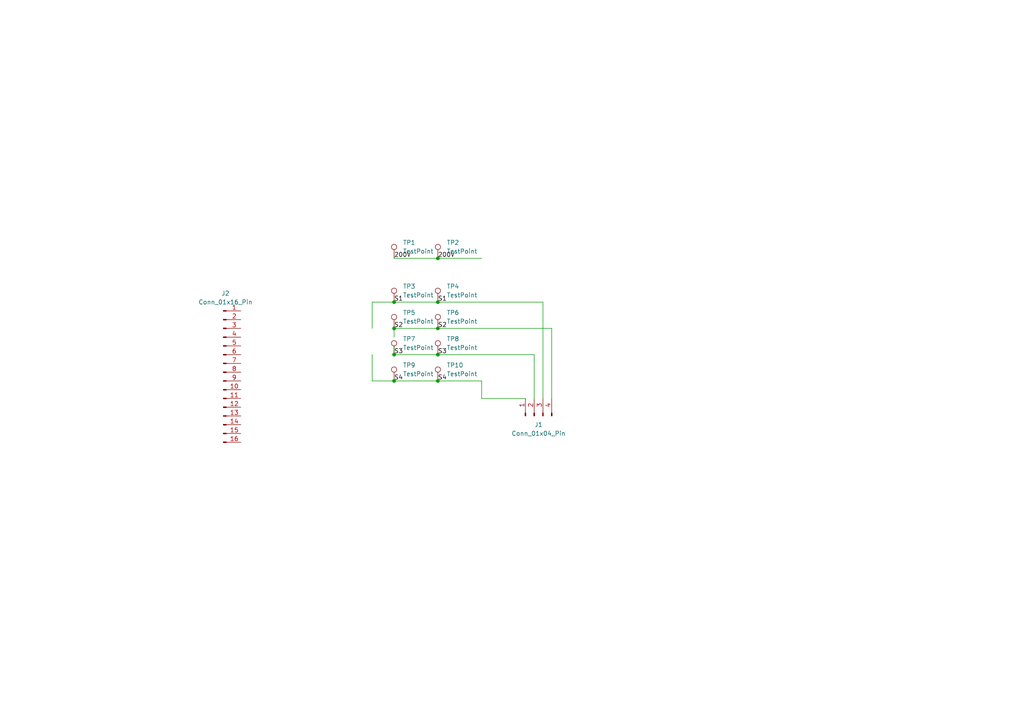
<source format=kicad_sch>
(kicad_sch
	(version 20250114)
	(generator "eeschema")
	(generator_version "9.0")
	(uuid "170292b9-f042-4b81-b8c3-b7f430259708")
	(paper "A4")
	(lib_symbols
		(symbol "Connector:Conn_01x04_Pin"
			(pin_names
				(offset 1.016)
				(hide yes)
			)
			(exclude_from_sim no)
			(in_bom yes)
			(on_board yes)
			(property "Reference" "J"
				(at 0 5.08 0)
				(effects
					(font
						(size 1.27 1.27)
					)
				)
			)
			(property "Value" "Conn_01x04_Pin"
				(at 0 -7.62 0)
				(effects
					(font
						(size 1.27 1.27)
					)
				)
			)
			(property "Footprint" ""
				(at 0 0 0)
				(effects
					(font
						(size 1.27 1.27)
					)
					(hide yes)
				)
			)
			(property "Datasheet" "~"
				(at 0 0 0)
				(effects
					(font
						(size 1.27 1.27)
					)
					(hide yes)
				)
			)
			(property "Description" "Generic connector, single row, 01x04, script generated"
				(at 0 0 0)
				(effects
					(font
						(size 1.27 1.27)
					)
					(hide yes)
				)
			)
			(property "ki_locked" ""
				(at 0 0 0)
				(effects
					(font
						(size 1.27 1.27)
					)
				)
			)
			(property "ki_keywords" "connector"
				(at 0 0 0)
				(effects
					(font
						(size 1.27 1.27)
					)
					(hide yes)
				)
			)
			(property "ki_fp_filters" "Connector*:*_1x??_*"
				(at 0 0 0)
				(effects
					(font
						(size 1.27 1.27)
					)
					(hide yes)
				)
			)
			(symbol "Conn_01x04_Pin_1_1"
				(rectangle
					(start 0.8636 2.667)
					(end 0 2.413)
					(stroke
						(width 0.1524)
						(type default)
					)
					(fill
						(type outline)
					)
				)
				(rectangle
					(start 0.8636 0.127)
					(end 0 -0.127)
					(stroke
						(width 0.1524)
						(type default)
					)
					(fill
						(type outline)
					)
				)
				(rectangle
					(start 0.8636 -2.413)
					(end 0 -2.667)
					(stroke
						(width 0.1524)
						(type default)
					)
					(fill
						(type outline)
					)
				)
				(rectangle
					(start 0.8636 -4.953)
					(end 0 -5.207)
					(stroke
						(width 0.1524)
						(type default)
					)
					(fill
						(type outline)
					)
				)
				(polyline
					(pts
						(xy 1.27 2.54) (xy 0.8636 2.54)
					)
					(stroke
						(width 0.1524)
						(type default)
					)
					(fill
						(type none)
					)
				)
				(polyline
					(pts
						(xy 1.27 0) (xy 0.8636 0)
					)
					(stroke
						(width 0.1524)
						(type default)
					)
					(fill
						(type none)
					)
				)
				(polyline
					(pts
						(xy 1.27 -2.54) (xy 0.8636 -2.54)
					)
					(stroke
						(width 0.1524)
						(type default)
					)
					(fill
						(type none)
					)
				)
				(polyline
					(pts
						(xy 1.27 -5.08) (xy 0.8636 -5.08)
					)
					(stroke
						(width 0.1524)
						(type default)
					)
					(fill
						(type none)
					)
				)
				(pin passive line
					(at 5.08 2.54 180)
					(length 3.81)
					(name "Pin_1"
						(effects
							(font
								(size 1.27 1.27)
							)
						)
					)
					(number "1"
						(effects
							(font
								(size 1.27 1.27)
							)
						)
					)
				)
				(pin passive line
					(at 5.08 0 180)
					(length 3.81)
					(name "Pin_2"
						(effects
							(font
								(size 1.27 1.27)
							)
						)
					)
					(number "2"
						(effects
							(font
								(size 1.27 1.27)
							)
						)
					)
				)
				(pin passive line
					(at 5.08 -2.54 180)
					(length 3.81)
					(name "Pin_3"
						(effects
							(font
								(size 1.27 1.27)
							)
						)
					)
					(number "3"
						(effects
							(font
								(size 1.27 1.27)
							)
						)
					)
				)
				(pin passive line
					(at 5.08 -5.08 180)
					(length 3.81)
					(name "Pin_4"
						(effects
							(font
								(size 1.27 1.27)
							)
						)
					)
					(number "4"
						(effects
							(font
								(size 1.27 1.27)
							)
						)
					)
				)
			)
			(embedded_fonts no)
		)
		(symbol "Connector:Conn_01x16_Pin"
			(pin_names
				(offset 1.016)
				(hide yes)
			)
			(exclude_from_sim no)
			(in_bom yes)
			(on_board yes)
			(property "Reference" "J"
				(at 0 20.32 0)
				(effects
					(font
						(size 1.27 1.27)
					)
				)
			)
			(property "Value" "Conn_01x16_Pin"
				(at 0 -22.86 0)
				(effects
					(font
						(size 1.27 1.27)
					)
				)
			)
			(property "Footprint" ""
				(at 0 0 0)
				(effects
					(font
						(size 1.27 1.27)
					)
					(hide yes)
				)
			)
			(property "Datasheet" "~"
				(at 0 0 0)
				(effects
					(font
						(size 1.27 1.27)
					)
					(hide yes)
				)
			)
			(property "Description" "Generic connector, single row, 01x16, script generated"
				(at 0 0 0)
				(effects
					(font
						(size 1.27 1.27)
					)
					(hide yes)
				)
			)
			(property "ki_locked" ""
				(at 0 0 0)
				(effects
					(font
						(size 1.27 1.27)
					)
				)
			)
			(property "ki_keywords" "connector"
				(at 0 0 0)
				(effects
					(font
						(size 1.27 1.27)
					)
					(hide yes)
				)
			)
			(property "ki_fp_filters" "Connector*:*_1x??_*"
				(at 0 0 0)
				(effects
					(font
						(size 1.27 1.27)
					)
					(hide yes)
				)
			)
			(symbol "Conn_01x16_Pin_1_1"
				(rectangle
					(start 0.8636 17.907)
					(end 0 17.653)
					(stroke
						(width 0.1524)
						(type default)
					)
					(fill
						(type outline)
					)
				)
				(rectangle
					(start 0.8636 15.367)
					(end 0 15.113)
					(stroke
						(width 0.1524)
						(type default)
					)
					(fill
						(type outline)
					)
				)
				(rectangle
					(start 0.8636 12.827)
					(end 0 12.573)
					(stroke
						(width 0.1524)
						(type default)
					)
					(fill
						(type outline)
					)
				)
				(rectangle
					(start 0.8636 10.287)
					(end 0 10.033)
					(stroke
						(width 0.1524)
						(type default)
					)
					(fill
						(type outline)
					)
				)
				(rectangle
					(start 0.8636 7.747)
					(end 0 7.493)
					(stroke
						(width 0.1524)
						(type default)
					)
					(fill
						(type outline)
					)
				)
				(rectangle
					(start 0.8636 5.207)
					(end 0 4.953)
					(stroke
						(width 0.1524)
						(type default)
					)
					(fill
						(type outline)
					)
				)
				(rectangle
					(start 0.8636 2.667)
					(end 0 2.413)
					(stroke
						(width 0.1524)
						(type default)
					)
					(fill
						(type outline)
					)
				)
				(rectangle
					(start 0.8636 0.127)
					(end 0 -0.127)
					(stroke
						(width 0.1524)
						(type default)
					)
					(fill
						(type outline)
					)
				)
				(rectangle
					(start 0.8636 -2.413)
					(end 0 -2.667)
					(stroke
						(width 0.1524)
						(type default)
					)
					(fill
						(type outline)
					)
				)
				(rectangle
					(start 0.8636 -4.953)
					(end 0 -5.207)
					(stroke
						(width 0.1524)
						(type default)
					)
					(fill
						(type outline)
					)
				)
				(rectangle
					(start 0.8636 -7.493)
					(end 0 -7.747)
					(stroke
						(width 0.1524)
						(type default)
					)
					(fill
						(type outline)
					)
				)
				(rectangle
					(start 0.8636 -10.033)
					(end 0 -10.287)
					(stroke
						(width 0.1524)
						(type default)
					)
					(fill
						(type outline)
					)
				)
				(rectangle
					(start 0.8636 -12.573)
					(end 0 -12.827)
					(stroke
						(width 0.1524)
						(type default)
					)
					(fill
						(type outline)
					)
				)
				(rectangle
					(start 0.8636 -15.113)
					(end 0 -15.367)
					(stroke
						(width 0.1524)
						(type default)
					)
					(fill
						(type outline)
					)
				)
				(rectangle
					(start 0.8636 -17.653)
					(end 0 -17.907)
					(stroke
						(width 0.1524)
						(type default)
					)
					(fill
						(type outline)
					)
				)
				(rectangle
					(start 0.8636 -20.193)
					(end 0 -20.447)
					(stroke
						(width 0.1524)
						(type default)
					)
					(fill
						(type outline)
					)
				)
				(polyline
					(pts
						(xy 1.27 17.78) (xy 0.8636 17.78)
					)
					(stroke
						(width 0.1524)
						(type default)
					)
					(fill
						(type none)
					)
				)
				(polyline
					(pts
						(xy 1.27 15.24) (xy 0.8636 15.24)
					)
					(stroke
						(width 0.1524)
						(type default)
					)
					(fill
						(type none)
					)
				)
				(polyline
					(pts
						(xy 1.27 12.7) (xy 0.8636 12.7)
					)
					(stroke
						(width 0.1524)
						(type default)
					)
					(fill
						(type none)
					)
				)
				(polyline
					(pts
						(xy 1.27 10.16) (xy 0.8636 10.16)
					)
					(stroke
						(width 0.1524)
						(type default)
					)
					(fill
						(type none)
					)
				)
				(polyline
					(pts
						(xy 1.27 7.62) (xy 0.8636 7.62)
					)
					(stroke
						(width 0.1524)
						(type default)
					)
					(fill
						(type none)
					)
				)
				(polyline
					(pts
						(xy 1.27 5.08) (xy 0.8636 5.08)
					)
					(stroke
						(width 0.1524)
						(type default)
					)
					(fill
						(type none)
					)
				)
				(polyline
					(pts
						(xy 1.27 2.54) (xy 0.8636 2.54)
					)
					(stroke
						(width 0.1524)
						(type default)
					)
					(fill
						(type none)
					)
				)
				(polyline
					(pts
						(xy 1.27 0) (xy 0.8636 0)
					)
					(stroke
						(width 0.1524)
						(type default)
					)
					(fill
						(type none)
					)
				)
				(polyline
					(pts
						(xy 1.27 -2.54) (xy 0.8636 -2.54)
					)
					(stroke
						(width 0.1524)
						(type default)
					)
					(fill
						(type none)
					)
				)
				(polyline
					(pts
						(xy 1.27 -5.08) (xy 0.8636 -5.08)
					)
					(stroke
						(width 0.1524)
						(type default)
					)
					(fill
						(type none)
					)
				)
				(polyline
					(pts
						(xy 1.27 -7.62) (xy 0.8636 -7.62)
					)
					(stroke
						(width 0.1524)
						(type default)
					)
					(fill
						(type none)
					)
				)
				(polyline
					(pts
						(xy 1.27 -10.16) (xy 0.8636 -10.16)
					)
					(stroke
						(width 0.1524)
						(type default)
					)
					(fill
						(type none)
					)
				)
				(polyline
					(pts
						(xy 1.27 -12.7) (xy 0.8636 -12.7)
					)
					(stroke
						(width 0.1524)
						(type default)
					)
					(fill
						(type none)
					)
				)
				(polyline
					(pts
						(xy 1.27 -15.24) (xy 0.8636 -15.24)
					)
					(stroke
						(width 0.1524)
						(type default)
					)
					(fill
						(type none)
					)
				)
				(polyline
					(pts
						(xy 1.27 -17.78) (xy 0.8636 -17.78)
					)
					(stroke
						(width 0.1524)
						(type default)
					)
					(fill
						(type none)
					)
				)
				(polyline
					(pts
						(xy 1.27 -20.32) (xy 0.8636 -20.32)
					)
					(stroke
						(width 0.1524)
						(type default)
					)
					(fill
						(type none)
					)
				)
				(pin passive line
					(at 5.08 17.78 180)
					(length 3.81)
					(name "Pin_1"
						(effects
							(font
								(size 1.27 1.27)
							)
						)
					)
					(number "1"
						(effects
							(font
								(size 1.27 1.27)
							)
						)
					)
				)
				(pin passive line
					(at 5.08 15.24 180)
					(length 3.81)
					(name "Pin_2"
						(effects
							(font
								(size 1.27 1.27)
							)
						)
					)
					(number "2"
						(effects
							(font
								(size 1.27 1.27)
							)
						)
					)
				)
				(pin passive line
					(at 5.08 12.7 180)
					(length 3.81)
					(name "Pin_3"
						(effects
							(font
								(size 1.27 1.27)
							)
						)
					)
					(number "3"
						(effects
							(font
								(size 1.27 1.27)
							)
						)
					)
				)
				(pin passive line
					(at 5.08 10.16 180)
					(length 3.81)
					(name "Pin_4"
						(effects
							(font
								(size 1.27 1.27)
							)
						)
					)
					(number "4"
						(effects
							(font
								(size 1.27 1.27)
							)
						)
					)
				)
				(pin passive line
					(at 5.08 7.62 180)
					(length 3.81)
					(name "Pin_5"
						(effects
							(font
								(size 1.27 1.27)
							)
						)
					)
					(number "5"
						(effects
							(font
								(size 1.27 1.27)
							)
						)
					)
				)
				(pin passive line
					(at 5.08 5.08 180)
					(length 3.81)
					(name "Pin_6"
						(effects
							(font
								(size 1.27 1.27)
							)
						)
					)
					(number "6"
						(effects
							(font
								(size 1.27 1.27)
							)
						)
					)
				)
				(pin passive line
					(at 5.08 2.54 180)
					(length 3.81)
					(name "Pin_7"
						(effects
							(font
								(size 1.27 1.27)
							)
						)
					)
					(number "7"
						(effects
							(font
								(size 1.27 1.27)
							)
						)
					)
				)
				(pin passive line
					(at 5.08 0 180)
					(length 3.81)
					(name "Pin_8"
						(effects
							(font
								(size 1.27 1.27)
							)
						)
					)
					(number "8"
						(effects
							(font
								(size 1.27 1.27)
							)
						)
					)
				)
				(pin passive line
					(at 5.08 -2.54 180)
					(length 3.81)
					(name "Pin_9"
						(effects
							(font
								(size 1.27 1.27)
							)
						)
					)
					(number "9"
						(effects
							(font
								(size 1.27 1.27)
							)
						)
					)
				)
				(pin passive line
					(at 5.08 -5.08 180)
					(length 3.81)
					(name "Pin_10"
						(effects
							(font
								(size 1.27 1.27)
							)
						)
					)
					(number "10"
						(effects
							(font
								(size 1.27 1.27)
							)
						)
					)
				)
				(pin passive line
					(at 5.08 -7.62 180)
					(length 3.81)
					(name "Pin_11"
						(effects
							(font
								(size 1.27 1.27)
							)
						)
					)
					(number "11"
						(effects
							(font
								(size 1.27 1.27)
							)
						)
					)
				)
				(pin passive line
					(at 5.08 -10.16 180)
					(length 3.81)
					(name "Pin_12"
						(effects
							(font
								(size 1.27 1.27)
							)
						)
					)
					(number "12"
						(effects
							(font
								(size 1.27 1.27)
							)
						)
					)
				)
				(pin passive line
					(at 5.08 -12.7 180)
					(length 3.81)
					(name "Pin_13"
						(effects
							(font
								(size 1.27 1.27)
							)
						)
					)
					(number "13"
						(effects
							(font
								(size 1.27 1.27)
							)
						)
					)
				)
				(pin passive line
					(at 5.08 -15.24 180)
					(length 3.81)
					(name "Pin_14"
						(effects
							(font
								(size 1.27 1.27)
							)
						)
					)
					(number "14"
						(effects
							(font
								(size 1.27 1.27)
							)
						)
					)
				)
				(pin passive line
					(at 5.08 -17.78 180)
					(length 3.81)
					(name "Pin_15"
						(effects
							(font
								(size 1.27 1.27)
							)
						)
					)
					(number "15"
						(effects
							(font
								(size 1.27 1.27)
							)
						)
					)
				)
				(pin passive line
					(at 5.08 -20.32 180)
					(length 3.81)
					(name "Pin_16"
						(effects
							(font
								(size 1.27 1.27)
							)
						)
					)
					(number "16"
						(effects
							(font
								(size 1.27 1.27)
							)
						)
					)
				)
			)
			(embedded_fonts no)
		)
		(symbol "Connector:TestPoint"
			(pin_numbers
				(hide yes)
			)
			(pin_names
				(offset 0.762)
				(hide yes)
			)
			(exclude_from_sim no)
			(in_bom yes)
			(on_board yes)
			(property "Reference" "TP"
				(at 0 6.858 0)
				(effects
					(font
						(size 1.27 1.27)
					)
				)
			)
			(property "Value" "TestPoint"
				(at 0 5.08 0)
				(effects
					(font
						(size 1.27 1.27)
					)
				)
			)
			(property "Footprint" ""
				(at 5.08 0 0)
				(effects
					(font
						(size 1.27 1.27)
					)
					(hide yes)
				)
			)
			(property "Datasheet" "~"
				(at 5.08 0 0)
				(effects
					(font
						(size 1.27 1.27)
					)
					(hide yes)
				)
			)
			(property "Description" "test point"
				(at 0 0 0)
				(effects
					(font
						(size 1.27 1.27)
					)
					(hide yes)
				)
			)
			(property "ki_keywords" "test point tp"
				(at 0 0 0)
				(effects
					(font
						(size 1.27 1.27)
					)
					(hide yes)
				)
			)
			(property "ki_fp_filters" "Pin* Test*"
				(at 0 0 0)
				(effects
					(font
						(size 1.27 1.27)
					)
					(hide yes)
				)
			)
			(symbol "TestPoint_0_1"
				(circle
					(center 0 3.302)
					(radius 0.762)
					(stroke
						(width 0)
						(type default)
					)
					(fill
						(type none)
					)
				)
			)
			(symbol "TestPoint_1_1"
				(pin passive line
					(at 0 0 90)
					(length 2.54)
					(name "1"
						(effects
							(font
								(size 1.27 1.27)
							)
						)
					)
					(number "1"
						(effects
							(font
								(size 1.27 1.27)
							)
						)
					)
				)
			)
			(embedded_fonts no)
		)
	)
	(junction
		(at 114.3 102.87)
		(diameter 0)
		(color 0 0 0 0)
		(uuid "0c01ecbb-d7ea-466f-9f78-5f7bcc04d8bb")
	)
	(junction
		(at 114.3 110.49)
		(diameter 0)
		(color 0 0 0 0)
		(uuid "19a3528f-a4c7-432a-9135-a08835afa513")
	)
	(junction
		(at 114.3 95.25)
		(diameter 0)
		(color 0 0 0 0)
		(uuid "2af569b6-723a-46b4-a2ec-7a09b1ec5306")
	)
	(junction
		(at 127 87.63)
		(diameter 0)
		(color 0 0 0 0)
		(uuid "4075c489-afa5-43cb-bf8a-0c743ebb3da8")
	)
	(junction
		(at 127 102.87)
		(diameter 0)
		(color 0 0 0 0)
		(uuid "763045f1-8a21-41d4-98d7-3dd9267aee2e")
	)
	(junction
		(at 127 95.25)
		(diameter 0)
		(color 0 0 0 0)
		(uuid "7b5fc5f1-5f2b-4e34-922a-464a72a07aab")
	)
	(junction
		(at 127 110.49)
		(diameter 0)
		(color 0 0 0 0)
		(uuid "8c622210-6644-4bee-87e1-026210c5e0f1")
	)
	(junction
		(at 127 74.93)
		(diameter 0)
		(color 0 0 0 0)
		(uuid "daeabcea-2eb2-43cc-aa9f-21d1e8c9d578")
	)
	(junction
		(at 114.3 87.63)
		(diameter 0)
		(color 0 0 0 0)
		(uuid "ead7cfd0-1d34-4e07-87f9-0e84e1d12568")
	)
	(wire
		(pts
			(xy 157.48 87.63) (xy 157.48 115.57)
		)
		(stroke
			(width 0)
			(type default)
		)
		(uuid "04e23307-94b7-4e08-93b9-7fd72e17ae74")
	)
	(wire
		(pts
			(xy 127 110.49) (xy 139.7 110.49)
		)
		(stroke
			(width 0)
			(type default)
		)
		(uuid "060f22e0-5934-4e1a-b0fe-e093d6923a35")
	)
	(wire
		(pts
			(xy 114.3 95.25) (xy 127 95.25)
		)
		(stroke
			(width 0)
			(type default)
		)
		(uuid "16982b5d-7738-4e7f-bf69-8acddb36bff8")
	)
	(wire
		(pts
			(xy 107.95 87.63) (xy 114.3 87.63)
		)
		(stroke
			(width 0)
			(type default)
		)
		(uuid "194de19e-0883-48ad-8270-ff9d8803a49d")
	)
	(wire
		(pts
			(xy 114.3 100.33) (xy 114.3 102.87)
		)
		(stroke
			(width 0)
			(type default)
		)
		(uuid "1b7bd98b-4c6b-4733-b5a1-a9daa734bea3")
	)
	(wire
		(pts
			(xy 139.7 115.57) (xy 139.7 110.49)
		)
		(stroke
			(width 0)
			(type default)
		)
		(uuid "1c313a73-61b3-4bdc-a951-8249e005237e")
	)
	(wire
		(pts
			(xy 154.94 102.87) (xy 154.94 115.57)
		)
		(stroke
			(width 0)
			(type default)
		)
		(uuid "3162b4da-4055-4317-b698-a5458b17aabb")
	)
	(wire
		(pts
			(xy 160.02 95.25) (xy 160.02 115.57)
		)
		(stroke
			(width 0)
			(type default)
		)
		(uuid "4636e285-f280-4868-833a-ffe18c270bcf")
	)
	(wire
		(pts
			(xy 127 87.63) (xy 157.48 87.63)
		)
		(stroke
			(width 0)
			(type default)
		)
		(uuid "559f78f1-e990-42cf-9bd2-9fcd6200c98c")
	)
	(wire
		(pts
			(xy 114.3 87.63) (xy 127 87.63)
		)
		(stroke
			(width 0)
			(type default)
		)
		(uuid "594a34cf-689d-4fe5-ab64-f5c4891f29c3")
	)
	(wire
		(pts
			(xy 152.4 115.57) (xy 139.7 115.57)
		)
		(stroke
			(width 0)
			(type default)
		)
		(uuid "5c3872e8-77fa-4177-81f9-b616906a8d99")
	)
	(wire
		(pts
			(xy 114.3 102.87) (xy 127 102.87)
		)
		(stroke
			(width 0)
			(type default)
		)
		(uuid "7c7511bc-a34f-4776-9584-cad411a54945")
	)
	(wire
		(pts
			(xy 114.3 97.79) (xy 114.3 95.25)
		)
		(stroke
			(width 0)
			(type default)
		)
		(uuid "89681c20-d13b-4634-92a3-d78bb00bf2b5")
	)
	(wire
		(pts
			(xy 107.95 102.87) (xy 107.95 110.49)
		)
		(stroke
			(width 0)
			(type default)
		)
		(uuid "9aad5185-ba66-4d41-8420-df4e5918ac7c")
	)
	(wire
		(pts
			(xy 114.3 110.49) (xy 127 110.49)
		)
		(stroke
			(width 0)
			(type default)
		)
		(uuid "a1140604-175a-4a1f-a009-e69322b7c2ae")
	)
	(wire
		(pts
			(xy 114.3 74.93) (xy 127 74.93)
		)
		(stroke
			(width 0)
			(type default)
		)
		(uuid "a5c5adc0-f205-4cfc-99ae-a401218d45f5")
	)
	(wire
		(pts
			(xy 127 74.93) (xy 139.7 74.93)
		)
		(stroke
			(width 0)
			(type default)
		)
		(uuid "aa3e58fd-029b-4c49-807c-48eec2dee7b5")
	)
	(wire
		(pts
			(xy 127 95.25) (xy 160.02 95.25)
		)
		(stroke
			(width 0)
			(type default)
		)
		(uuid "c116d4cd-a468-49c0-8b3f-0f25c7e0c4f3")
	)
	(wire
		(pts
			(xy 107.95 95.25) (xy 107.95 87.63)
		)
		(stroke
			(width 0)
			(type default)
		)
		(uuid "e2e95bd5-64a2-4c7f-af82-665e530c80ed")
	)
	(wire
		(pts
			(xy 127 102.87) (xy 154.94 102.87)
		)
		(stroke
			(width 0)
			(type default)
		)
		(uuid "efde60bc-6237-438a-9e76-7742f03fb462")
	)
	(wire
		(pts
			(xy 107.95 110.49) (xy 114.3 110.49)
		)
		(stroke
			(width 0)
			(type default)
		)
		(uuid "f78602a1-6038-41c5-a921-77912840d730")
	)
	(label "200V"
		(at 127 74.93 0)
		(effects
			(font
				(size 1.27 1.27)
			)
			(justify left bottom)
		)
		(uuid "36600ba2-1bd5-4475-a0a3-7d7c585bb1d5")
	)
	(label "S2"
		(at 127 95.25 0)
		(effects
			(font
				(size 1.27 1.27)
			)
			(justify left bottom)
		)
		(uuid "4c814711-306e-4bbc-ba54-3ae6adaa68cc")
	)
	(label "200V"
		(at 114.3 74.93 0)
		(effects
			(font
				(size 1.27 1.27)
			)
			(justify left bottom)
		)
		(uuid "783bf516-eba3-4776-8490-c1bc039c6ff8")
	)
	(label "S2"
		(at 114.3 95.25 0)
		(effects
			(font
				(size 1.27 1.27)
			)
			(justify left bottom)
		)
		(uuid "809eb4a4-d5ba-4251-8a17-201c7e3cae1b")
	)
	(label "S4"
		(at 114.3 110.49 0)
		(effects
			(font
				(size 1.27 1.27)
			)
			(justify left bottom)
		)
		(uuid "82d8557e-bfe7-4da4-81da-8a5ae3da0866")
	)
	(label "S4"
		(at 127 110.49 0)
		(effects
			(font
				(size 1.27 1.27)
			)
			(justify left bottom)
		)
		(uuid "a8afb9ad-b70f-4358-b9f0-3d356f293032")
	)
	(label "S3"
		(at 114.3 102.87 0)
		(effects
			(font
				(size 1.27 1.27)
			)
			(justify left bottom)
		)
		(uuid "b6cc90d1-865c-4fa4-8491-1183422ab0ba")
	)
	(label "S3"
		(at 127 102.87 0)
		(effects
			(font
				(size 1.27 1.27)
			)
			(justify left bottom)
		)
		(uuid "d560797a-37c9-4dd7-bd1e-3fc5b823f478")
	)
	(label "S1"
		(at 127 87.63 0)
		(effects
			(font
				(size 1.27 1.27)
			)
			(justify left bottom)
		)
		(uuid "d7bb3cc6-3afa-4d62-938c-e2b284f9ad93")
	)
	(label "S1"
		(at 114.3 87.63 0)
		(effects
			(font
				(size 1.27 1.27)
			)
			(justify left bottom)
		)
		(uuid "eff0fc0e-c4e0-4c7a-97a7-3e37936076b7")
	)
	(symbol
		(lib_id "Connector:TestPoint")
		(at 127 110.49 0)
		(unit 1)
		(exclude_from_sim no)
		(in_bom yes)
		(on_board yes)
		(dnp no)
		(fields_autoplaced yes)
		(uuid "0f20c7a6-4ef1-43ee-bd22-c24cdb3cacbc")
		(property "Reference" "TP10"
			(at 129.54 105.9179 0)
			(effects
				(font
					(size 1.27 1.27)
				)
				(justify left)
			)
		)
		(property "Value" "TestPoint"
			(at 129.54 108.4579 0)
			(effects
				(font
					(size 1.27 1.27)
				)
				(justify left)
			)
		)
		(property "Footprint" "TP_Library:TP"
			(at 132.08 110.49 0)
			(effects
				(font
					(size 1.27 1.27)
				)
				(hide yes)
			)
		)
		(property "Datasheet" "~"
			(at 132.08 110.49 0)
			(effects
				(font
					(size 1.27 1.27)
				)
				(hide yes)
			)
		)
		(property "Description" "test point"
			(at 127 110.49 0)
			(effects
				(font
					(size 1.27 1.27)
				)
				(hide yes)
			)
		)
		(pin "1"
			(uuid "991af4e0-97c9-4901-bf76-3508ecbbdc5f")
		)
		(instances
			(project "flex PCB"
				(path "/170292b9-f042-4b81-b8c3-b7f430259708"
					(reference "TP10")
					(unit 1)
				)
			)
		)
	)
	(symbol
		(lib_id "Connector:Conn_01x04_Pin")
		(at 154.94 120.65 90)
		(unit 1)
		(exclude_from_sim no)
		(in_bom yes)
		(on_board yes)
		(dnp no)
		(fields_autoplaced yes)
		(uuid "1554060e-b350-48d3-a6ca-539903784590")
		(property "Reference" "J1"
			(at 156.21 123.19 90)
			(effects
				(font
					(size 1.27 1.27)
				)
			)
		)
		(property "Value" "Conn_01x04_Pin"
			(at 156.21 125.73 90)
			(effects
				(font
					(size 1.27 1.27)
				)
			)
		)
		(property "Footprint" "FPC:FPC_Conn_4"
			(at 154.94 120.65 0)
			(effects
				(font
					(size 1.27 1.27)
				)
				(hide yes)
			)
		)
		(property "Datasheet" "~"
			(at 154.94 120.65 0)
			(effects
				(font
					(size 1.27 1.27)
				)
				(hide yes)
			)
		)
		(property "Description" "Generic connector, single row, 01x04, script generated"
			(at 154.94 120.65 0)
			(effects
				(font
					(size 1.27 1.27)
				)
				(hide yes)
			)
		)
		(pin "3"
			(uuid "f95d6781-b9e9-42e5-907c-6bfcc7dfb9b7")
		)
		(pin "1"
			(uuid "6f7b149e-2eec-41d2-a9de-885909b1330d")
		)
		(pin "2"
			(uuid "bfc88150-6306-4d3a-b1d4-54eeab454a99")
		)
		(pin "4"
			(uuid "cf69bf1a-074c-4b11-a32a-bb427b3871c6")
		)
		(instances
			(project ""
				(path "/170292b9-f042-4b81-b8c3-b7f430259708"
					(reference "J1")
					(unit 1)
				)
			)
		)
	)
	(symbol
		(lib_id "Connector:TestPoint")
		(at 114.3 95.25 0)
		(unit 1)
		(exclude_from_sim no)
		(in_bom yes)
		(on_board yes)
		(dnp no)
		(fields_autoplaced yes)
		(uuid "51240ff9-6ff1-4810-af06-4f9f5c4b04b0")
		(property "Reference" "TP5"
			(at 116.84 90.6779 0)
			(effects
				(font
					(size 1.27 1.27)
				)
				(justify left)
			)
		)
		(property "Value" "TestPoint"
			(at 116.84 93.2179 0)
			(effects
				(font
					(size 1.27 1.27)
				)
				(justify left)
			)
		)
		(property "Footprint" "TP_Library:TP"
			(at 119.38 95.25 0)
			(effects
				(font
					(size 1.27 1.27)
				)
				(hide yes)
			)
		)
		(property "Datasheet" "~"
			(at 119.38 95.25 0)
			(effects
				(font
					(size 1.27 1.27)
				)
				(hide yes)
			)
		)
		(property "Description" "test point"
			(at 114.3 95.25 0)
			(effects
				(font
					(size 1.27 1.27)
				)
				(hide yes)
			)
		)
		(pin "1"
			(uuid "568111f1-3076-4e03-bead-b23f3d04d455")
		)
		(instances
			(project "flex PCB"
				(path "/170292b9-f042-4b81-b8c3-b7f430259708"
					(reference "TP5")
					(unit 1)
				)
			)
		)
	)
	(symbol
		(lib_id "Connector:TestPoint")
		(at 127 74.93 0)
		(unit 1)
		(exclude_from_sim no)
		(in_bom yes)
		(on_board yes)
		(dnp no)
		(fields_autoplaced yes)
		(uuid "67d3d6c1-961b-4340-ad81-79d872c2a7d2")
		(property "Reference" "TP2"
			(at 129.54 70.3579 0)
			(effects
				(font
					(size 1.27 1.27)
				)
				(justify left)
			)
		)
		(property "Value" "TestPoint"
			(at 129.54 72.8979 0)
			(effects
				(font
					(size 1.27 1.27)
				)
				(justify left)
			)
		)
		(property "Footprint" "TP_Library:TP"
			(at 132.08 74.93 0)
			(effects
				(font
					(size 1.27 1.27)
				)
				(hide yes)
			)
		)
		(property "Datasheet" "~"
			(at 132.08 74.93 0)
			(effects
				(font
					(size 1.27 1.27)
				)
				(hide yes)
			)
		)
		(property "Description" "test point"
			(at 127 74.93 0)
			(effects
				(font
					(size 1.27 1.27)
				)
				(hide yes)
			)
		)
		(pin "1"
			(uuid "6de5421a-4431-4411-b05d-786b2d4e4e59")
		)
		(instances
			(project "flex PCB"
				(path "/170292b9-f042-4b81-b8c3-b7f430259708"
					(reference "TP2")
					(unit 1)
				)
			)
		)
	)
	(symbol
		(lib_id "Connector:Conn_01x16_Pin")
		(at 64.77 107.95 0)
		(unit 1)
		(exclude_from_sim no)
		(in_bom yes)
		(on_board yes)
		(dnp no)
		(fields_autoplaced yes)
		(uuid "78cfebf6-686d-4cc7-95b8-e5aef1d4ecad")
		(property "Reference" "J2"
			(at 65.405 85.09 0)
			(effects
				(font
					(size 1.27 1.27)
				)
			)
		)
		(property "Value" "Conn_01x16_Pin"
			(at 65.405 87.63 0)
			(effects
				(font
					(size 1.27 1.27)
				)
			)
		)
		(property "Footprint" "Connector_FFC-FPC:Molex_200528-0160_1x16-1MP_P1.00mm_Horizontal"
			(at 64.77 107.95 0)
			(effects
				(font
					(size 1.27 1.27)
				)
				(hide yes)
			)
		)
		(property "Datasheet" "~"
			(at 64.77 107.95 0)
			(effects
				(font
					(size 1.27 1.27)
				)
				(hide yes)
			)
		)
		(property "Description" "Generic connector, single row, 01x16, script generated"
			(at 64.77 107.95 0)
			(effects
				(font
					(size 1.27 1.27)
				)
				(hide yes)
			)
		)
		(pin "15"
			(uuid "ae8809d8-2cc7-4a02-a08f-c81df9f957d5")
		)
		(pin "2"
			(uuid "2f95efe8-6396-4033-8604-c827354d05a8")
		)
		(pin "5"
			(uuid "cb77ec0f-7712-447b-9494-30e7e1844653")
		)
		(pin "8"
			(uuid "c4aa811a-a0b8-4e0c-87a5-8f9a80aedb76")
		)
		(pin "9"
			(uuid "7d3ff28a-245b-4313-80a3-b936c2bdcc0d")
		)
		(pin "10"
			(uuid "95a869c9-7846-49b7-b56b-e5d8999b70fb")
		)
		(pin "11"
			(uuid "d7d173a0-0ba7-4fc2-a921-2c40f365f768")
		)
		(pin "7"
			(uuid "d4fee0b8-ab79-4c3d-af3a-ad2f8167b03f")
		)
		(pin "6"
			(uuid "b42b95ce-f54d-4d6b-a158-565fc3029977")
		)
		(pin "4"
			(uuid "2356f617-79a4-422f-b285-1f470a3b67c6")
		)
		(pin "12"
			(uuid "ac735562-5499-4d21-86d3-2592bb8ec95c")
		)
		(pin "1"
			(uuid "7b088378-0301-49fc-ae9a-90c0d2182f8e")
		)
		(pin "3"
			(uuid "84867f88-7623-44be-9b72-84ff9f882f21")
		)
		(pin "13"
			(uuid "62b07559-4b46-438e-bc5b-d9f20d1deb92")
		)
		(pin "14"
			(uuid "4002b4fb-2b5d-4557-bd59-6939bc217dd9")
		)
		(pin "16"
			(uuid "3ef02c2d-6a0f-4cb2-816e-960597066b69")
		)
		(instances
			(project ""
				(path "/170292b9-f042-4b81-b8c3-b7f430259708"
					(reference "J2")
					(unit 1)
				)
			)
		)
	)
	(symbol
		(lib_id "Connector:TestPoint")
		(at 114.3 87.63 0)
		(unit 1)
		(exclude_from_sim no)
		(in_bom yes)
		(on_board yes)
		(dnp no)
		(fields_autoplaced yes)
		(uuid "89e3e336-1537-4f1c-b4ab-2a654ca0a7e2")
		(property "Reference" "TP3"
			(at 116.84 83.0579 0)
			(effects
				(font
					(size 1.27 1.27)
				)
				(justify left)
			)
		)
		(property "Value" "TestPoint"
			(at 116.84 85.5979 0)
			(effects
				(font
					(size 1.27 1.27)
				)
				(justify left)
			)
		)
		(property "Footprint" "TP_Library:TP"
			(at 119.38 87.63 0)
			(effects
				(font
					(size 1.27 1.27)
				)
				(hide yes)
			)
		)
		(property "Datasheet" "~"
			(at 119.38 87.63 0)
			(effects
				(font
					(size 1.27 1.27)
				)
				(hide yes)
			)
		)
		(property "Description" "test point"
			(at 114.3 87.63 0)
			(effects
				(font
					(size 1.27 1.27)
				)
				(hide yes)
			)
		)
		(pin "1"
			(uuid "91f13c21-7875-4da7-9a01-4381de771ca3")
		)
		(instances
			(project "flex PCB"
				(path "/170292b9-f042-4b81-b8c3-b7f430259708"
					(reference "TP3")
					(unit 1)
				)
			)
		)
	)
	(symbol
		(lib_id "Connector:TestPoint")
		(at 127 87.63 0)
		(unit 1)
		(exclude_from_sim no)
		(in_bom yes)
		(on_board yes)
		(dnp no)
		(fields_autoplaced yes)
		(uuid "99a780c4-3124-440a-bdd3-6a637ad4f94d")
		(property "Reference" "TP4"
			(at 129.54 83.0579 0)
			(effects
				(font
					(size 1.27 1.27)
				)
				(justify left)
			)
		)
		(property "Value" "TestPoint"
			(at 129.54 85.5979 0)
			(effects
				(font
					(size 1.27 1.27)
				)
				(justify left)
			)
		)
		(property "Footprint" "TP_Library:TP"
			(at 132.08 87.63 0)
			(effects
				(font
					(size 1.27 1.27)
				)
				(hide yes)
			)
		)
		(property "Datasheet" "~"
			(at 132.08 87.63 0)
			(effects
				(font
					(size 1.27 1.27)
				)
				(hide yes)
			)
		)
		(property "Description" "test point"
			(at 127 87.63 0)
			(effects
				(font
					(size 1.27 1.27)
				)
				(hide yes)
			)
		)
		(pin "1"
			(uuid "91783161-d28c-4051-b700-cfad3b77c56a")
		)
		(instances
			(project "flex PCB"
				(path "/170292b9-f042-4b81-b8c3-b7f430259708"
					(reference "TP4")
					(unit 1)
				)
			)
		)
	)
	(symbol
		(lib_id "Connector:TestPoint")
		(at 127 95.25 0)
		(unit 1)
		(exclude_from_sim no)
		(in_bom yes)
		(on_board yes)
		(dnp no)
		(fields_autoplaced yes)
		(uuid "a528f1b3-675e-49ea-b0a3-9b4f41ddb09c")
		(property "Reference" "TP6"
			(at 129.54 90.6779 0)
			(effects
				(font
					(size 1.27 1.27)
				)
				(justify left)
			)
		)
		(property "Value" "TestPoint"
			(at 129.54 93.2179 0)
			(effects
				(font
					(size 1.27 1.27)
				)
				(justify left)
			)
		)
		(property "Footprint" "TP_Library:TP"
			(at 132.08 95.25 0)
			(effects
				(font
					(size 1.27 1.27)
				)
				(hide yes)
			)
		)
		(property "Datasheet" "~"
			(at 132.08 95.25 0)
			(effects
				(font
					(size 1.27 1.27)
				)
				(hide yes)
			)
		)
		(property "Description" "test point"
			(at 127 95.25 0)
			(effects
				(font
					(size 1.27 1.27)
				)
				(hide yes)
			)
		)
		(pin "1"
			(uuid "b6e59eae-102b-4e11-a9e3-ff47c300daa4")
		)
		(instances
			(project "flex PCB"
				(path "/170292b9-f042-4b81-b8c3-b7f430259708"
					(reference "TP6")
					(unit 1)
				)
			)
		)
	)
	(symbol
		(lib_id "Connector:TestPoint")
		(at 127 102.87 0)
		(unit 1)
		(exclude_from_sim no)
		(in_bom yes)
		(on_board yes)
		(dnp no)
		(fields_autoplaced yes)
		(uuid "c0e29f1d-8205-4f77-82cb-248188de153e")
		(property "Reference" "TP8"
			(at 129.54 98.2979 0)
			(effects
				(font
					(size 1.27 1.27)
				)
				(justify left)
			)
		)
		(property "Value" "TestPoint"
			(at 129.54 100.8379 0)
			(effects
				(font
					(size 1.27 1.27)
				)
				(justify left)
			)
		)
		(property "Footprint" "TP_Library:TP"
			(at 132.08 102.87 0)
			(effects
				(font
					(size 1.27 1.27)
				)
				(hide yes)
			)
		)
		(property "Datasheet" "~"
			(at 132.08 102.87 0)
			(effects
				(font
					(size 1.27 1.27)
				)
				(hide yes)
			)
		)
		(property "Description" "test point"
			(at 127 102.87 0)
			(effects
				(font
					(size 1.27 1.27)
				)
				(hide yes)
			)
		)
		(pin "1"
			(uuid "f0371657-be2a-4a19-8dee-ac9569944bdd")
		)
		(instances
			(project "flex PCB"
				(path "/170292b9-f042-4b81-b8c3-b7f430259708"
					(reference "TP8")
					(unit 1)
				)
			)
		)
	)
	(symbol
		(lib_id "Connector:TestPoint")
		(at 114.3 102.87 0)
		(unit 1)
		(exclude_from_sim no)
		(in_bom yes)
		(on_board yes)
		(dnp no)
		(fields_autoplaced yes)
		(uuid "d39fa731-1540-42fa-92bc-5ceb1a4db6f5")
		(property "Reference" "TP7"
			(at 116.84 98.2979 0)
			(effects
				(font
					(size 1.27 1.27)
				)
				(justify left)
			)
		)
		(property "Value" "TestPoint"
			(at 116.84 100.8379 0)
			(effects
				(font
					(size 1.27 1.27)
				)
				(justify left)
			)
		)
		(property "Footprint" "TP_Library:TP"
			(at 119.38 102.87 0)
			(effects
				(font
					(size 1.27 1.27)
				)
				(hide yes)
			)
		)
		(property "Datasheet" "~"
			(at 119.38 102.87 0)
			(effects
				(font
					(size 1.27 1.27)
				)
				(hide yes)
			)
		)
		(property "Description" "test point"
			(at 114.3 102.87 0)
			(effects
				(font
					(size 1.27 1.27)
				)
				(hide yes)
			)
		)
		(pin "1"
			(uuid "20b8ee1c-507e-4baf-80ca-49373afd7368")
		)
		(instances
			(project "flex PCB"
				(path "/170292b9-f042-4b81-b8c3-b7f430259708"
					(reference "TP7")
					(unit 1)
				)
			)
		)
	)
	(symbol
		(lib_id "Connector:TestPoint")
		(at 114.3 110.49 0)
		(unit 1)
		(exclude_from_sim no)
		(in_bom yes)
		(on_board yes)
		(dnp no)
		(fields_autoplaced yes)
		(uuid "f0748d04-d265-405a-9f2d-44744c570522")
		(property "Reference" "TP9"
			(at 116.84 105.9179 0)
			(effects
				(font
					(size 1.27 1.27)
				)
				(justify left)
			)
		)
		(property "Value" "TestPoint"
			(at 116.84 108.4579 0)
			(effects
				(font
					(size 1.27 1.27)
				)
				(justify left)
			)
		)
		(property "Footprint" "TP_Library:TP"
			(at 119.38 110.49 0)
			(effects
				(font
					(size 1.27 1.27)
				)
				(hide yes)
			)
		)
		(property "Datasheet" "~"
			(at 119.38 110.49 0)
			(effects
				(font
					(size 1.27 1.27)
				)
				(hide yes)
			)
		)
		(property "Description" "test point"
			(at 114.3 110.49 0)
			(effects
				(font
					(size 1.27 1.27)
				)
				(hide yes)
			)
		)
		(pin "1"
			(uuid "20ee64e4-13d6-4043-965b-724007fa9673")
		)
		(instances
			(project "flex PCB"
				(path "/170292b9-f042-4b81-b8c3-b7f430259708"
					(reference "TP9")
					(unit 1)
				)
			)
		)
	)
	(symbol
		(lib_id "Connector:TestPoint")
		(at 114.3 74.93 0)
		(unit 1)
		(exclude_from_sim no)
		(in_bom yes)
		(on_board yes)
		(dnp no)
		(fields_autoplaced yes)
		(uuid "f57bfc64-f1ef-4b5b-afbb-4f299dda2a12")
		(property "Reference" "TP1"
			(at 116.84 70.3579 0)
			(effects
				(font
					(size 1.27 1.27)
				)
				(justify left)
			)
		)
		(property "Value" "TestPoint"
			(at 116.84 72.8979 0)
			(effects
				(font
					(size 1.27 1.27)
				)
				(justify left)
			)
		)
		(property "Footprint" "TP_Library:TP"
			(at 119.38 74.93 0)
			(effects
				(font
					(size 1.27 1.27)
				)
				(hide yes)
			)
		)
		(property "Datasheet" "~"
			(at 119.38 74.93 0)
			(effects
				(font
					(size 1.27 1.27)
				)
				(hide yes)
			)
		)
		(property "Description" "test point"
			(at 114.3 74.93 0)
			(effects
				(font
					(size 1.27 1.27)
				)
				(hide yes)
			)
		)
		(pin "1"
			(uuid "df045a3b-2e83-4fa7-a5c2-d18a2f652bee")
		)
		(instances
			(project "flex PCB"
				(path "/170292b9-f042-4b81-b8c3-b7f430259708"
					(reference "TP1")
					(unit 1)
				)
			)
		)
	)
	(sheet_instances
		(path "/"
			(page "1")
		)
	)
	(embedded_fonts no)
)

</source>
